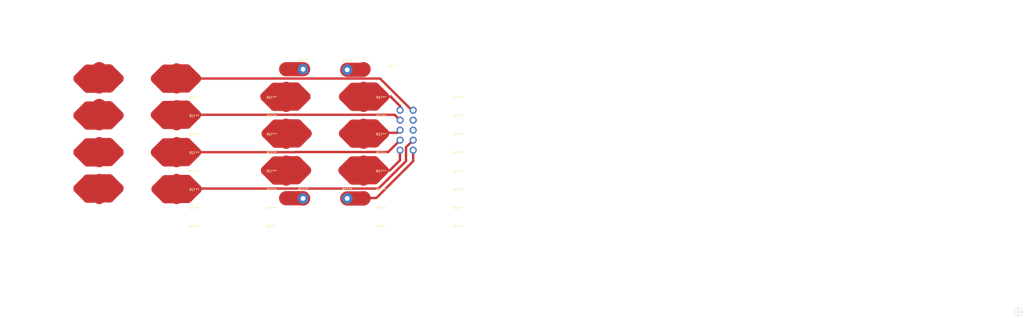
<source format=kicad_pcb>
(kicad_pcb (version 4) (host pcbnew 4.0.4-stable)

  (general
    (links 0)
    (no_connects 0)
    (area -71.525048 -25.052 411.948 108.164)
    (thickness 1.6)
    (drawings 13)
    (tracks 191)
    (zones 0)
    (modules 37)
    (nets 1)
  )

  (page A4)
  (layers
    (0 F.Cu signal)
    (31 B.Cu signal)
    (32 B.Adhes user)
    (33 F.Adhes user)
    (34 B.Paste user)
    (35 F.Paste user)
    (36 B.SilkS user)
    (37 F.SilkS user)
    (38 B.Mask user)
    (39 F.Mask user)
    (40 Dwgs.User user)
    (41 Cmts.User user)
    (42 Eco1.User user)
    (43 Eco2.User user)
    (44 Edge.Cuts user)
    (45 Margin user)
    (46 B.CrtYd user)
    (47 F.CrtYd user)
    (48 B.Fab user)
    (49 F.Fab user hide)
  )

  (setup
    (last_trace_width 0.25)
    (trace_clearance 0.2)
    (zone_clearance 0.508)
    (zone_45_only no)
    (trace_min 0.2)
    (segment_width 0.2)
    (edge_width 0.15)
    (via_size 0.6)
    (via_drill 0.4)
    (via_min_size 0.4)
    (via_min_drill 0.3)
    (uvia_size 0.3)
    (uvia_drill 0.1)
    (uvias_allowed no)
    (uvia_min_size 0.2)
    (uvia_min_drill 0.1)
    (pcb_text_width 0.3)
    (pcb_text_size 1.5 1.5)
    (mod_edge_width 0.15)
    (mod_text_size 1 1)
    (mod_text_width 0.15)
    (pad_size 5 5)
    (pad_drill 0)
    (pad_to_mask_clearance 0.2)
    (aux_axis_origin 0 0)
    (visible_elements 7FFFFFFF)
    (pcbplotparams
      (layerselection 0x00030_80000001)
      (usegerberextensions false)
      (excludeedgelayer true)
      (linewidth 0.100000)
      (plotframeref false)
      (viasonmask false)
      (mode 1)
      (useauxorigin false)
      (hpglpennumber 1)
      (hpglpenspeed 20)
      (hpglpendiameter 15)
      (hpglpenoverlay 2)
      (psnegative false)
      (psa4output false)
      (plotreference true)
      (plotvalue true)
      (plotinvisibletext false)
      (padsonsilk false)
      (subtractmaskfromsilk false)
      (outputformat 1)
      (mirror false)
      (drillshape 1)
      (scaleselection 1)
      (outputdirectory ""))
  )

  (net 0 "")

  (net_class Default "This is the default net class."
    (clearance 0.2)
    (trace_width 0.25)
    (via_dia 0.6)
    (via_drill 0.4)
    (uvia_dia 0.3)
    (uvia_drill 0.1)
  )

  (module Wire_Pads:SolderWirePad_single_2mmDrill (layer F.Cu) (tedit 0) (tstamp 5A88F5FA)
    (at 109.22 3.556)
    (fp_text reference REF** (at 0 -3.81) (layer F.SilkS)
      (effects (font (size 1 1) (thickness 0.15)))
    )
    (fp_text value SolderWirePad_single_2mmDrill (at -0.635 3.81) (layer F.Fab)
      (effects (font (size 1 1) (thickness 0.15)))
    )
    (pad 1 thru_hole circle (at 0 0) (size 4.50088 4.50088) (drill 1.99898) (layers *.Cu *.Mask))
  )

  (module Wire_Pads:SolderWirePad_single_2mmDrill (layer F.Cu) (tedit 0) (tstamp 5A88F5DF)
    (at 109.22 57.912)
    (fp_text reference REF** (at 0 -3.81) (layer F.SilkS)
      (effects (font (size 1 1) (thickness 0.15)))
    )
    (fp_text value SolderWirePad_single_2mmDrill (at -0.635 3.81) (layer F.Fab)
      (effects (font (size 1 1) (thickness 0.15)))
    )
    (pad 1 thru_hole circle (at 0 0) (size 4.50088 4.50088) (drill 1.99898) (layers *.Cu *.Mask))
  )

  (module Wire_Pads:SolderWirePad_single_2mmDrill (layer F.Cu) (tedit 0) (tstamp 5A88F572)
    (at 127.762 3.81)
    (fp_text reference REF** (at 0 -3.81) (layer F.SilkS)
      (effects (font (size 1 1) (thickness 0.15)))
    )
    (fp_text value SolderWirePad_single_2mmDrill (at -0.635 3.81) (layer F.Fab)
      (effects (font (size 1 1) (thickness 0.15)))
    )
    (pad 1 thru_hole circle (at 0 0) (size 4.50088 4.50088) (drill 1.99898) (layers *.Cu *.Mask))
  )

  (module USST-footprints:CFE_BP38121_30A_pogo_pin (layer F.Cu) (tedit 5A88DC4F) (tstamp 5A88DF04)
    (at 174.5 53.736)
    (fp_text reference REF** (at 0 0.5) (layer F.SilkS)
      (effects (font (size 1 1) (thickness 0.15)))
    )
    (fp_text value CFE_BP38121_30A_pogo_pin (at -156.706 -10.414) (layer F.Fab)
      (effects (font (size 1 1) (thickness 0.15)))
    )
    (pad 6 smd circle (at -39.878 -11.43) (size 5 5) (layers F.Cu F.Paste F.Mask))
  )

  (module USST-footprints:CFE_BP38121_30A_pogo_pin (layer F.Cu) (tedit 5A88DC67) (tstamp 5A88DF00)
    (at 174.5 61.486)
    (fp_text reference REF** (at 0 0.5) (layer F.SilkS)
      (effects (font (size 1 1) (thickness 0.15)))
    )
    (fp_text value CFE_BP38121_30A_pogo_pin (at -156.706 -10.414) (layer F.Fab)
      (effects (font (size 1 1) (thickness 0.15)))
    )
    (pad 7 smd circle (at -39.878 -11.43) (size 5 5) (layers F.Cu F.Paste F.Mask))
  )

  (module USST-footprints:CFE_BP38121_30A_pogo_pin (layer F.Cu) (tedit 5A88DC82) (tstamp 5A88DEFC)
    (at 174.5 69.236)
    (fp_text reference REF** (at 0 0.5) (layer F.SilkS)
      (effects (font (size 1 1) (thickness 0.15)))
    )
    (fp_text value CFE_BP38121_30A_pogo_pin (at -156.706 -10.414) (layer F.Fab)
      (effects (font (size 1 1) (thickness 0.15)))
    )
    (pad 8 smd circle (at -39.878 -11.43) (size 5 5) (layers F.Cu F.Paste F.Mask))
  )

  (module USST-footprints:CFE_BP38121_30A_pogo_pin (layer F.Cu) (tedit 5A88DC33) (tstamp 5A88DEF8)
    (at 174.5 45.986)
    (fp_text reference REF** (at 0 0.5) (layer F.SilkS)
      (effects (font (size 1 1) (thickness 0.15)))
    )
    (fp_text value CFE_BP38121_30A_pogo_pin (at -156.706 -10.414) (layer F.Fab)
      (effects (font (size 1 1) (thickness 0.15)))
    )
    (pad 5 smd circle (at -39.878 -11.43) (size 5 5) (layers F.Cu F.Paste F.Mask))
  )

  (module USST-footprints:CFE_BP38121_30A_pogo_pin (layer F.Cu) (tedit 5A88DC00) (tstamp 5A88DEF4)
    (at 174.5 30.486)
    (fp_text reference REF** (at 0 0.5) (layer F.SilkS)
      (effects (font (size 1 1) (thickness 0.15)))
    )
    (fp_text value CFE_BP38121_30A_pogo_pin (at -156.706 -10.414) (layer F.Fab)
      (effects (font (size 1 1) (thickness 0.15)))
    )
    (pad 3 smd circle (at -39.878 -11.43) (size 5 5) (layers F.Cu F.Paste F.Mask))
  )

  (module USST-footprints:CFE_BP38121_30A_pogo_pin (layer F.Cu) (tedit 5A88DC18) (tstamp 5A88DEF0)
    (at 174.5 38.236)
    (fp_text reference REF** (at 0 0.5) (layer F.SilkS)
      (effects (font (size 1 1) (thickness 0.15)))
    )
    (fp_text value CFE_BP38121_30A_pogo_pin (at -156.706 -10.414) (layer F.Fab)
      (effects (font (size 1 1) (thickness 0.15)))
    )
    (pad 4 smd circle (at -39.878 -11.43) (size 5 5) (layers F.Cu F.Paste F.Mask))
  )

  (module USST-footprints:CFE_BP38121_30A_pogo_pin (layer F.Cu) (tedit 5A88DBDC) (tstamp 5A88DEEC)
    (at 174.5 22.736)
    (fp_text reference REF** (at 0 0.5) (layer F.SilkS)
      (effects (font (size 1 1) (thickness 0.15)))
    )
    (fp_text value CFE_BP38121_30A_pogo_pin (at -156.706 -10.414) (layer F.Fab)
      (effects (font (size 1 1) (thickness 0.15)))
    )
    (pad 2 smd circle (at -39.878 -11.43) (size 5 5) (layers F.Cu F.Paste F.Mask))
  )

  (module USST-footprints:CFE_BP38121_30A_pogo_pin (layer F.Cu) (tedit 5A88CF6F) (tstamp 5A88DEE8)
    (at 174.5 14.986)
    (fp_text reference REF** (at 0 0.5) (layer F.SilkS)
      (effects (font (size 1 1) (thickness 0.15)))
    )
    (fp_text value CFE_BP38121_30A_pogo_pin (at -156.706 -10.414) (layer F.Fab)
      (effects (font (size 1 1) (thickness 0.15)))
    )
    (pad 1 smd circle (at -39.878 -11.43) (size 5 5) (layers F.Cu F.Paste F.Mask))
  )

  (module USST-footprints:CFE_BP38121_30A_pogo_pin (layer F.Cu) (tedit 5A88DC7A) (tstamp 5A88DEE4)
    (at 142 69.236)
    (fp_text reference REF** (at 0 0.5) (layer F.SilkS)
      (effects (font (size 1 1) (thickness 0.15)))
    )
    (fp_text value CFE_BP38121_30A_pogo_pin (at -121.92 -19.05) (layer F.Fab)
      (effects (font (size 1 1) (thickness 0.15)))
    )
    (pad 8 smd circle (at -39.878 -11.43) (size 5 5) (layers F.Cu F.Paste F.Mask))
  )

  (module USST-footprints:CFE_BP38121_30A_pogo_pin (layer F.Cu) (tedit 5A88DC14) (tstamp 5A88DEE0)
    (at 142 38.236)
    (fp_text reference REF** (at 0 0.5) (layer F.SilkS)
      (effects (font (size 1 1) (thickness 0.15)))
    )
    (fp_text value CFE_BP38121_30A_pogo_pin (at -121.92 -19.05) (layer F.Fab)
      (effects (font (size 1 1) (thickness 0.15)))
    )
    (pad 4 smd circle (at -39.878 -11.43) (size 5 5) (layers F.Cu F.Paste F.Mask))
  )

  (module USST-footprints:CFE_BP38121_30A_pogo_pin (layer F.Cu) (tedit 5A88DBFB) (tstamp 5A88DEDC)
    (at 142 30.486)
    (fp_text reference REF** (at 0 0.5) (layer F.SilkS)
      (effects (font (size 1 1) (thickness 0.15)))
    )
    (fp_text value CFE_BP38121_30A_pogo_pin (at -121.92 -19.05) (layer F.Fab)
      (effects (font (size 1 1) (thickness 0.15)))
    )
    (pad 3 smd circle (at -39.878 -11.43) (size 5 5) (layers F.Cu F.Paste F.Mask))
  )

  (module USST-footprints:CFE_BP38121_30A_pogo_pin (layer F.Cu) (tedit 5A88DC2E) (tstamp 5A88DED8)
    (at 142 45.986)
    (fp_text reference REF** (at 0 0.5) (layer F.SilkS)
      (effects (font (size 1 1) (thickness 0.15)))
    )
    (fp_text value CFE_BP38121_30A_pogo_pin (at -121.92 -19.05) (layer F.Fab)
      (effects (font (size 1 1) (thickness 0.15)))
    )
    (pad 5 smd circle (at -39.878 -11.43) (size 5 5) (layers F.Cu F.Paste F.Mask))
  )

  (module USST-footprints:CFE_BP38121_30A_pogo_pin (layer F.Cu) (tedit 5A88CF6F) (tstamp 5A88DED4)
    (at 142 14.986)
    (fp_text reference REF** (at 0 0.5) (layer F.SilkS)
      (effects (font (size 1 1) (thickness 0.15)))
    )
    (fp_text value CFE_BP38121_30A_pogo_pin (at -121.92 -19.05) (layer F.Fab)
      (effects (font (size 1 1) (thickness 0.15)))
    )
    (pad 1 smd circle (at -39.878 -11.43) (size 5 5) (layers F.Cu F.Paste F.Mask))
  )

  (module USST-footprints:CFE_BP38121_30A_pogo_pin (layer F.Cu) (tedit 5A88DC4B) (tstamp 5A88DED0)
    (at 142 53.736)
    (fp_text reference REF** (at 0 0.5) (layer F.SilkS)
      (effects (font (size 1 1) (thickness 0.15)))
    )
    (fp_text value CFE_BP38121_30A_pogo_pin (at -121.92 -19.05) (layer F.Fab)
      (effects (font (size 1 1) (thickness 0.15)))
    )
    (pad 6 smd circle (at -39.878 -11.43) (size 5 5) (layers F.Cu F.Paste F.Mask))
  )

  (module USST-footprints:CFE_BP38121_30A_pogo_pin (layer F.Cu) (tedit 5A88DC62) (tstamp 5A88DECC)
    (at 142 61.486)
    (fp_text reference REF** (at 0 0.5) (layer F.SilkS)
      (effects (font (size 1 1) (thickness 0.15)))
    )
    (fp_text value CFE_BP38121_30A_pogo_pin (at -121.92 -19.05) (layer F.Fab)
      (effects (font (size 1 1) (thickness 0.15)))
    )
    (pad 7 smd circle (at -39.878 -11.43) (size 5 5) (layers F.Cu F.Paste F.Mask))
  )

  (module USST-footprints:CFE_BP38121_30A_pogo_pin (layer F.Cu) (tedit 5A88DBD6) (tstamp 5A88DEC8)
    (at 142 22.736)
    (fp_text reference REF** (at 0 0.5) (layer F.SilkS)
      (effects (font (size 1 1) (thickness 0.15)))
    )
    (fp_text value CFE_BP38121_30A_pogo_pin (at -121.92 -19.05) (layer F.Fab)
      (effects (font (size 1 1) (thickness 0.15)))
    )
    (pad 2 smd circle (at -39.878 -11.43) (size 5 5) (layers F.Cu F.Paste F.Mask))
  )

  (module USST-footprints:CFE_BP38121_30A_pogo_pin (layer F.Cu) (tedit 5A88DC74) (tstamp 5A88DE26)
    (at 96 69.236)
    (fp_text reference REF** (at 0 0.5) (layer F.SilkS)
      (effects (font (size 1 1) (thickness 0.15)))
    )
    (fp_text value CFE_BP38121_30A_pogo_pin (at -156.706 -10.414) (layer F.Fab)
      (effects (font (size 1 1) (thickness 0.15)))
    )
    (pad 8 smd circle (at -39.878 -11.43) (size 5 5) (layers F.Cu F.Paste F.Mask))
  )

  (module USST-footprints:CFE_BP38121_30A_pogo_pin (layer F.Cu) (tedit 5A88DC6E) (tstamp 5A88DE22)
    (at 63.5 69.236)
    (fp_text reference REF** (at 0 0.5) (layer F.SilkS)
      (effects (font (size 1 1) (thickness 0.15)))
    )
    (fp_text value CFE_BP38121_30A_pogo_pin (at -121.92 -19.05) (layer F.Fab)
      (effects (font (size 1 1) (thickness 0.15)))
    )
    (pad 8 smd circle (at -39.878 -11.43) (size 5 5) (layers F.Cu F.Paste F.Mask))
  )

  (module USST-footprints:CFE_BP38121_30A_pogo_pin (layer F.Cu) (tedit 5A88DC5C) (tstamp 5A88DE16)
    (at 96 61.486)
    (fp_text reference REF** (at 0 0.5) (layer F.SilkS)
      (effects (font (size 1 1) (thickness 0.15)))
    )
    (fp_text value CFE_BP38121_30A_pogo_pin (at -156.706 -10.414) (layer F.Fab)
      (effects (font (size 1 1) (thickness 0.15)))
    )
    (pad 7 smd circle (at -39.878 -11.43) (size 5 5) (layers F.Cu F.Paste F.Mask))
  )

  (module USST-footprints:CFE_BP38121_30A_pogo_pin (layer F.Cu) (tedit 5A88DC56) (tstamp 5A88DE12)
    (at 63.5 61.486)
    (fp_text reference REF** (at 0 0.5) (layer F.SilkS)
      (effects (font (size 1 1) (thickness 0.15)))
    )
    (fp_text value CFE_BP38121_30A_pogo_pin (at -121.92 -19.05) (layer F.Fab)
      (effects (font (size 1 1) (thickness 0.15)))
    )
    (pad 7 smd circle (at -39.878 -11.43) (size 5 5) (layers F.Cu F.Paste F.Mask))
  )

  (module USST-footprints:CFE_BP38121_30A_pogo_pin (layer F.Cu) (tedit 5A88DC46) (tstamp 5A88DE06)
    (at 96 53.736)
    (fp_text reference REF** (at 0 0.5) (layer F.SilkS)
      (effects (font (size 1 1) (thickness 0.15)))
    )
    (fp_text value CFE_BP38121_30A_pogo_pin (at -156.706 -10.414) (layer F.Fab)
      (effects (font (size 1 1) (thickness 0.15)))
    )
    (pad 6 smd circle (at -39.878 -11.43) (size 5 5) (layers F.Cu F.Paste F.Mask))
  )

  (module USST-footprints:CFE_BP38121_30A_pogo_pin (layer F.Cu) (tedit 5A88DC40) (tstamp 5A88DE02)
    (at 63.5 53.736)
    (fp_text reference REF** (at 0 0.5) (layer F.SilkS)
      (effects (font (size 1 1) (thickness 0.15)))
    )
    (fp_text value CFE_BP38121_30A_pogo_pin (at -121.92 -19.05) (layer F.Fab)
      (effects (font (size 1 1) (thickness 0.15)))
    )
    (pad 6 smd circle (at -39.878 -11.43) (size 5 5) (layers F.Cu F.Paste F.Mask))
  )

  (module USST-footprints:CFE_BP38121_30A_pogo_pin (layer F.Cu) (tedit 5A88DC27) (tstamp 5A88DDF6)
    (at 96 45.986)
    (fp_text reference REF** (at 0 0.5) (layer F.SilkS)
      (effects (font (size 1 1) (thickness 0.15)))
    )
    (fp_text value CFE_BP38121_30A_pogo_pin (at -156.706 -10.414) (layer F.Fab)
      (effects (font (size 1 1) (thickness 0.15)))
    )
    (pad 5 smd circle (at -39.878 -11.43) (size 5 5) (layers F.Cu F.Paste F.Mask))
  )

  (module USST-footprints:CFE_BP38121_30A_pogo_pin (layer F.Cu) (tedit 5A88DC22) (tstamp 5A88DDF2)
    (at 63.5 45.986)
    (fp_text reference REF** (at 0 0.5) (layer F.SilkS)
      (effects (font (size 1 1) (thickness 0.15)))
    )
    (fp_text value CFE_BP38121_30A_pogo_pin (at -121.92 -19.05) (layer F.Fab)
      (effects (font (size 1 1) (thickness 0.15)))
    )
    (pad 5 smd circle (at -39.878 -11.43) (size 5 5) (layers F.Cu F.Paste F.Mask))
  )

  (module USST-footprints:CFE_BP38121_30A_pogo_pin (layer F.Cu) (tedit 5A88DC0F) (tstamp 5A88DDE6)
    (at 96 38.236)
    (fp_text reference REF** (at 0 0.5) (layer F.SilkS)
      (effects (font (size 1 1) (thickness 0.15)))
    )
    (fp_text value CFE_BP38121_30A_pogo_pin (at -156.706 -10.414) (layer F.Fab)
      (effects (font (size 1 1) (thickness 0.15)))
    )
    (pad 4 smd circle (at -39.878 -11.43) (size 5 5) (layers F.Cu F.Paste F.Mask))
  )

  (module USST-footprints:CFE_BP38121_30A_pogo_pin (layer F.Cu) (tedit 5A88DC0A) (tstamp 5A88DDE2)
    (at 63.5 38.236)
    (fp_text reference REF** (at 0 0.5) (layer F.SilkS)
      (effects (font (size 1 1) (thickness 0.15)))
    )
    (fp_text value CFE_BP38121_30A_pogo_pin (at -121.92 -19.05) (layer F.Fab)
      (effects (font (size 1 1) (thickness 0.15)))
    )
    (pad 4 smd circle (at -39.878 -11.43) (size 5 5) (layers F.Cu F.Paste F.Mask))
  )

  (module USST-footprints:CFE_BP38121_30A_pogo_pin (layer F.Cu) (tedit 5A88DBF5) (tstamp 5A88DDD6)
    (at 96 30.486)
    (fp_text reference REF** (at 0 0.5) (layer F.SilkS)
      (effects (font (size 1 1) (thickness 0.15)))
    )
    (fp_text value CFE_BP38121_30A_pogo_pin (at -156.706 -10.414) (layer F.Fab)
      (effects (font (size 1 1) (thickness 0.15)))
    )
    (pad 3 smd circle (at -39.878 -11.43) (size 5 5) (layers F.Cu F.Paste F.Mask))
  )

  (module USST-footprints:CFE_BP38121_30A_pogo_pin (layer F.Cu) (tedit 5A88DBEF) (tstamp 5A88DDD2)
    (at 63.5 30.486)
    (fp_text reference REF** (at 0 0.5) (layer F.SilkS)
      (effects (font (size 1 1) (thickness 0.15)))
    )
    (fp_text value CFE_BP38121_30A_pogo_pin (at -121.92 -19.05) (layer F.Fab)
      (effects (font (size 1 1) (thickness 0.15)))
    )
    (pad 3 smd circle (at -39.878 -11.43) (size 5 5) (layers F.Cu F.Paste F.Mask))
  )

  (module USST-footprints:CFE_BP38121_30A_pogo_pin (layer F.Cu) (tedit 5A88DB8C) (tstamp 5A88DDC6)
    (at 96 22.736)
    (fp_text reference REF** (at 0 0.5) (layer F.SilkS)
      (effects (font (size 1 1) (thickness 0.15)))
    )
    (fp_text value CFE_BP38121_30A_pogo_pin (at -156.706 -10.414) (layer F.Fab)
      (effects (font (size 1 1) (thickness 0.15)))
    )
    (pad 2 smd circle (at -39.878 -11.43) (size 5 5) (layers F.Cu F.Paste F.Mask))
  )

  (module USST-footprints:CFE_BP38121_30A_pogo_pin (layer F.Cu) (tedit 5A88DBE5) (tstamp 5A88DDC2)
    (at 63.5 22.736)
    (fp_text reference REF** (at 0 0.5) (layer F.SilkS)
      (effects (font (size 1 1) (thickness 0.15)))
    )
    (fp_text value CFE_BP38121_30A_pogo_pin (at -121.92 -19.05) (layer F.Fab)
      (effects (font (size 1 1) (thickness 0.15)))
    )
    (pad 2 smd circle (at -39.878 -11.43) (size 5 5) (layers F.Cu F.Paste F.Mask))
  )

  (module USST-footprints:CFE_BP38121_30A_pogo_pin (layer F.Cu) (tedit 5A88CF6F) (tstamp 5A88DCCD)
    (at 63.5 14.986)
    (fp_text reference REF** (at 0 0.5) (layer F.SilkS)
      (effects (font (size 1 1) (thickness 0.15)))
    )
    (fp_text value CFE_BP38121_30A_pogo_pin (at -121.92 -19.05) (layer F.Fab)
      (effects (font (size 1 1) (thickness 0.15)))
    )
    (pad 1 smd circle (at -39.878 -11.43) (size 5 5) (layers F.Cu F.Paste F.Mask))
  )

  (module USST-footprints:CFE_BP38121_30A_pogo_pin (layer F.Cu) (tedit 5A88CF6F) (tstamp 5A88DCB6)
    (at 96 14.986)
    (fp_text reference REF** (at 0 0.5) (layer F.SilkS)
      (effects (font (size 1 1) (thickness 0.15)))
    )
    (fp_text value CFE_BP38121_30A_pogo_pin (at -156.706 -10.414) (layer F.Fab)
      (effects (font (size 1 1) (thickness 0.15)))
    )
    (pad 1 smd circle (at -39.878 -11.43) (size 5 5) (layers F.Cu F.Paste F.Mask))
  )

  (module USST-footprints:BatteryConnector (layer F.Cu) (tedit 566B6018) (tstamp 5A696915)
    (at 149.948 37.592)
    (fp_text reference REF** (at -2.9455 -35.197) (layer F.SilkS)
      (effects (font (size 1 1) (thickness 0.15)))
    )
    (fp_text value BatteryConnector (at 1.182 -37.1655) (layer F.Fab)
      (effects (font (size 1 1) (thickness 0.15)))
    )
    (pad "" np_thru_hole circle (at 0 0) (size 3 3) (drill 1.8) (layers *.Cu))
    (pad "" np_thru_hole circle (at 5.5 0) (size 3 3) (drill 1.8) (layers *.Cu))
    (pad "" np_thru_hole circle (at 5.5 -4.2) (size 3 3) (drill 1.8) (layers *.Cu))
    (pad "" np_thru_hole circle (at 0 -4.2) (size 3 3) (drill 1.8) (layers *.Cu))
    (pad "" np_thru_hole circle (at 5.5 -8.4) (size 3 3) (drill 1.8) (layers *.Cu))
    (pad "" np_thru_hole circle (at 0 -8.4) (size 3 3) (drill 1.8) (layers *.Cu))
    (pad "" np_thru_hole circle (at 5.5 -12.6) (size 3 3) (drill 1.8) (layers *.Cu))
    (pad "" np_thru_hole circle (at 0 -12.6) (size 3 3) (drill 1.8) (layers *.Cu))
    (pad "" np_thru_hole circle (at 5.5 -16.8) (size 3 3) (drill 1.8) (layers *.Cu))
    (pad "" np_thru_hole circle (at 0 -16.8) (size 3 3) (drill 1.8) (layers *.Cu))
  )

  (module Wire_Pads:SolderWirePad_single_2mmDrill (layer F.Cu) (tedit 0) (tstamp 5A88F56B)
    (at 127.762 57.912)
    (fp_text reference REF** (at 0 -3.81) (layer F.SilkS)
      (effects (font (size 1 1) (thickness 0.15)))
    )
    (fp_text value SolderWirePad_single_2mmDrill (at -0.635 3.81) (layer F.Fab)
      (effects (font (size 1 1) (thickness 0.15)))
    )
    (pad 1 thru_hole circle (at 0 0) (size 4.50088 4.50088) (drill 1.99898) (layers *.Cu *.Mask))
  )

  (dimension 80.01 (width 0.3) (layer B.Paste)
    (gr_text "80.010 mm" (at 40.005 -23.702) (layer B.Paste) (tstamp 5A88E877)
      (effects (font (size 1.5 1.5) (thickness 0.3)))
    )
    (feature1 (pts (xy 80.01 0) (xy 80.01 -25.052)))
    (feature2 (pts (xy 0 0) (xy 0 -25.052)))
    (crossbar (pts (xy 0 -22.352) (xy 80.01 -22.352)))
    (arrow1a (pts (xy 80.01 -22.352) (xy 78.883496 -21.765579)))
    (arrow1b (pts (xy 80.01 -22.352) (xy 78.883496 -22.938421)))
    (arrow2a (pts (xy 0 -22.352) (xy 1.126504 -21.765579)))
    (arrow2b (pts (xy 0 -22.352) (xy 1.126504 -22.938421)))
  )
  (dimension 3.048 (width 0.3) (layer B.Paste)
    (gr_text "3.048 mm" (at 166.45 6.096 270) (layer B.Paste)
      (effects (font (size 1.5 1.5) (thickness 0.3)))
    )
    (feature1 (pts (xy 143.764 7.62) (xy 167.8 7.62)))
    (feature2 (pts (xy 143.764 4.572) (xy 167.8 4.572)))
    (crossbar (pts (xy 165.1 4.572) (xy 165.1 7.62)))
    (arrow1a (pts (xy 165.1 7.62) (xy 164.513579 6.493496)))
    (arrow1b (pts (xy 165.1 7.62) (xy 165.686421 6.493496)))
    (arrow2a (pts (xy 165.1 4.572) (xy 164.513579 5.698504)))
    (arrow2b (pts (xy 165.1 4.572) (xy 165.686421 5.698504)))
  )
  (dimension 26.67 (width 0.3) (layer B.Paste)
    (gr_text "26.670 mm" (at 2.921 -6.176) (layer B.Paste)
      (effects (font (size 1.5 1.5) (thickness 0.3)))
    )
    (feature1 (pts (xy 16.256 0) (xy 16.256 -7.526)))
    (feature2 (pts (xy -10.414 0) (xy -10.414 -7.526)))
    (crossbar (pts (xy -10.414 -4.826) (xy 16.256 -4.826)))
    (arrow1a (pts (xy 16.256 -4.826) (xy 15.129496 -4.239579)))
    (arrow1b (pts (xy 16.256 -4.826) (xy 15.129496 -5.412421)))
    (arrow2a (pts (xy -10.414 -4.826) (xy -9.287496 -4.239579)))
    (arrow2b (pts (xy -10.414 -4.826) (xy -9.287496 -5.412421)))
  )
  (dimension 61.976 (width 0.3) (layer B.Paste)
    (gr_text "61.976 mm" (at -11.764 30.988 270) (layer B.Paste)
      (effects (font (size 1.5 1.5) (thickness 0.3)))
    )
    (feature1 (pts (xy 0 61.976) (xy -13.114 61.976)))
    (feature2 (pts (xy 0 0) (xy -13.114 0)))
    (crossbar (pts (xy -10.414 0) (xy -10.414 61.976)))
    (arrow1a (pts (xy -10.414 61.976) (xy -11.000421 60.849496)))
    (arrow1b (pts (xy -10.414 61.976) (xy -9.827579 60.849496)))
    (arrow2a (pts (xy -10.414 0) (xy -11.000421 1.126504)))
    (arrow2b (pts (xy -10.414 0) (xy -9.827579 1.126504)))
  )
  (dimension 3.302 (width 0.3) (layer B.Paste)
    (gr_text "3.302 mm" (at -2.62 60.325 270) (layer B.Paste)
      (effects (font (size 1.5 1.5) (thickness 0.3)))
    )
    (feature1 (pts (xy 16.764 61.976) (xy -3.97 61.976)))
    (feature2 (pts (xy 16.764 58.674) (xy -3.97 58.674)))
    (crossbar (pts (xy -1.27 58.674) (xy -1.27 61.976)))
    (arrow1a (pts (xy -1.27 61.976) (xy -1.856421 60.849496)))
    (arrow1b (pts (xy -1.27 61.976) (xy -0.683579 60.849496)))
    (arrow2a (pts (xy -1.27 58.674) (xy -1.856421 59.800504)))
    (arrow2b (pts (xy -1.27 58.674) (xy -0.683579 59.800504)))
  )
  (dimension 29.21 (width 0.3) (layer B.Paste)
    (gr_text "29.210 mm" (at 80.137 -6.176) (layer B.Paste)
      (effects (font (size 1.5 1.5) (thickness 0.3)))
    )
    (feature1 (pts (xy 94.742 0) (xy 94.742 -7.526)))
    (feature2 (pts (xy 65.532 0) (xy 65.532 -7.526)))
    (crossbar (pts (xy 65.532 -4.826) (xy 94.742 -4.826)))
    (arrow1a (pts (xy 94.742 -4.826) (xy 93.615496 -4.239579)))
    (arrow1b (pts (xy 94.742 -4.826) (xy 93.615496 -5.412421)))
    (arrow2a (pts (xy 65.532 -4.826) (xy 66.658504 -4.239579)))
    (arrow2b (pts (xy 65.532 -4.826) (xy 66.658504 -5.412421)))
  )
  (dimension 49.276 (width 0.3) (layer B.Paste)
    (gr_text "49.276 mm" (at 40.894 -6.176) (layer B.Paste)
      (effects (font (size 1.5 1.5) (thickness 0.3)))
    )
    (feature1 (pts (xy 65.532 0) (xy 65.532 -7.526)))
    (feature2 (pts (xy 16.256 0) (xy 16.256 -7.526)))
    (crossbar (pts (xy 16.256 -4.826) (xy 65.532 -4.826)))
    (arrow1a (pts (xy 65.532 -4.826) (xy 64.405496 -4.239579)))
    (arrow1b (pts (xy 65.532 -4.826) (xy 64.405496 -5.412421)))
    (arrow2a (pts (xy 16.256 -4.826) (xy 17.382504 -4.239579)))
    (arrow2b (pts (xy 16.256 -4.826) (xy 17.382504 -5.412421)))
  )
  (dimension 49.276 (width 0.3) (layer B.Paste)
    (gr_text "49.276 mm" (at 119.38 -6.43) (layer B.Paste)
      (effects (font (size 1.5 1.5) (thickness 0.3)))
    )
    (feature1 (pts (xy 144.018 0) (xy 144.018 -7.78)))
    (feature2 (pts (xy 94.742 0) (xy 94.742 -7.78)))
    (crossbar (pts (xy 94.742 -5.08) (xy 144.018 -5.08)))
    (arrow1a (pts (xy 144.018 -5.08) (xy 142.891496 -4.493579)))
    (arrow1b (pts (xy 144.018 -5.08) (xy 142.891496 -5.666421)))
    (arrow2a (pts (xy 94.742 -5.08) (xy 95.868504 -4.493579)))
    (arrow2b (pts (xy 94.742 -5.08) (xy 95.868504 -5.666421)))
  )
  (target plus (at 409.448 105.664) (size 5) (width 0.15) (layer Edge.Cuts))
  (gr_line (start 160.02 -0.508) (end 160 62) (layer B.Paste) (width 0.2) (tstamp 5A695E2B))
  (gr_line (start 0 62) (end 160 62) (layer B.Paste) (width 0.2) (tstamp 5A695E27))
  (gr_line (start 0 -0.508) (end 0 62) (layer B.Paste) (width 0.2))
  (gr_line (start 0 -0.5) (end 160 -0.5) (layer B.Paste) (width 0.2))

  (segment (start 127.762 57.912) (end 134.516 57.912) (width 6) (layer F.Cu) (net 0))
  (segment (start 134.516 57.912) (end 134.622 57.806) (width 6) (layer F.Cu) (net 0))
  (segment (start 102.122 57.806) (end 109.114 57.806) (width 6) (layer F.Cu) (net 0))
  (segment (start 109.114 57.806) (end 109.22 57.912) (width 6) (layer F.Cu) (net 0))
  (segment (start 127.762 3.81) (end 134.368 3.81) (width 6) (layer F.Cu) (net 0))
  (segment (start 134.368 3.81) (end 134.622 3.556) (width 6) (layer F.Cu) (net 0))
  (segment (start 102.122 3.556) (end 109.22 3.556) (width 6) (layer F.Cu) (net 0))
  (segment (start 134.698875 57.729125) (end 134.622 57.806) (width 1) (layer F.Cu) (net 0))
  (segment (start 139.967721 57.729125) (end 134.698875 57.729125) (width 1) (layer F.Cu) (net 0))
  (segment (start 155.448 42.248846) (end 139.967721 57.729125) (width 1) (layer F.Cu) (net 0))
  (segment (start 155.448 37.592) (end 155.448 42.248846) (width 1) (layer F.Cu) (net 0))
  (segment (start 64.767397 53.752127) (end 64.563582 53.955942) (width 1) (layer F.Cu) (net 0))
  (segment (start 140.895687 53.752127) (end 64.767397 53.752127) (width 1) (layer F.Cu) (net 0))
  (segment (start 152.428982 42.218832) (end 140.895687 53.752127) (width 1) (layer F.Cu) (net 0))
  (segment (start 152.428982 36.411018) (end 152.428982 42.218832) (width 1) (layer F.Cu) (net 0))
  (segment (start 155.448 33.392) (end 152.428982 36.411018) (width 1) (layer F.Cu) (net 0))
  (segment (start 149.948 33.392) (end 144.965599 38.374401) (width 1) (layer F.Cu) (net 0))
  (segment (start 144.965599 38.374401) (end 106.053599 38.374401) (width 1) (layer F.Cu) (net 0))
  (segment (start 106.053599 38.374401) (end 105.966058 38.461942) (width 1) (layer F.Cu) (net 0))
  (segment (start 105.966058 38.461942) (end 64.309582 38.461942) (width 1) (layer F.Cu) (net 0))
  (segment (start 155.448 20.792) (end 154.864137 20.792) (width 1) (layer F.Cu) (net 0))
  (segment (start 154.864137 20.792) (end 141.54608 7.473942) (width 1) (layer F.Cu) (net 0))
  (segment (start 141.54608 7.473942) (end 64.309582 7.473942) (width 1) (layer F.Cu) (net 0))
  (segment (start 149.948 37.592) (end 149.910216 37.629784) (width 1) (layer F.Cu) (net 0))
  (segment (start 149.910216 37.629784) (end 149.910216 41.821133) (width 1) (layer F.Cu) (net 0))
  (segment (start 149.910216 41.821133) (end 145.649407 46.081942) (width 1) (layer F.Cu) (net 0))
  (segment (start 145.649407 46.081942) (end 143.049582 46.081942) (width 1) (layer F.Cu) (net 0))
  (segment (start 143.303582 30.587942) (end 143.603686 30.287838) (width 1) (layer F.Cu) (net 0))
  (segment (start 143.603686 30.287838) (end 148.852162 30.287838) (width 1) (layer F.Cu) (net 0))
  (segment (start 148.852162 30.287838) (end 149.948 29.192) (width 1) (layer F.Cu) (net 0))
  (segment (start 149.948 24.992) (end 147.669942 22.713942) (width 1) (layer F.Cu) (net 0))
  (segment (start 147.669942 22.713942) (end 105.779942 22.713942) (width 1) (layer F.Cu) (net 0))
  (segment (start 105.779942 22.713942) (end 64.309582 22.713942) (width 1) (layer F.Cu) (net 0))
  (segment (start 149.948 20.792) (end 149.948 19.057461) (width 1) (layer F.Cu) (net 0))
  (segment (start 149.948 19.057461) (end 146.09027 15.19973) (width 1) (layer F.Cu) (net 0))
  (segment (start 146.09027 15.19973) (end 146.196058 15.093942) (width 1) (layer F.Cu) (net 0))
  (segment (start 146.196058 15.093942) (end 143.303582 15.093942) (width 1) (layer F.Cu) (net 0))
  (segment (start 131.064 47.25) (end 134.366 43.948) (width 6) (layer F.Cu) (net 0) (tstamp 5A88EB4B))
  (segment (start 134.366 43.948) (end 137.922 47.504) (width 6) (layer F.Cu) (net 0) (tstamp 5A88EB4A))
  (segment (start 131.318 31.756) (end 134.62 28.454) (width 6) (layer F.Cu) (net 0) (tstamp 5A88EB49))
  (segment (start 134.62 28.454) (end 138.176 32.01) (width 6) (layer F.Cu) (net 0) (tstamp 5A88EB48))
  (segment (start 131.318 16.008) (end 134.62 12.706) (width 6) (layer F.Cu) (net 0) (tstamp 5A88EB47))
  (segment (start 134.62 12.706) (end 138.176 16.262) (width 6) (layer F.Cu) (net 0) (tstamp 5A88EB46))
  (segment (start 98.552 47.25) (end 101.854 43.948) (width 6) (layer F.Cu) (net 0) (tstamp 5A88EB45))
  (segment (start 101.854 43.948) (end 105.41 47.504) (width 6) (layer F.Cu) (net 0) (tstamp 5A88EB44))
  (segment (start 98.552 31.502) (end 101.854 28.2) (width 6) (layer F.Cu) (net 0) (tstamp 5A88EB43))
  (segment (start 101.854 28.2) (end 105.41 31.756) (width 6) (layer F.Cu) (net 0) (tstamp 5A88EB42))
  (segment (start 98.298 16.008) (end 101.6 12.706) (width 6) (layer F.Cu) (net 0) (tstamp 5A88EB41))
  (segment (start 101.6 12.706) (end 105.156 16.262) (width 6) (layer F.Cu) (net 0) (tstamp 5A88EB40))
  (segment (start 52.578 54.87) (end 55.88 51.568) (width 6) (layer F.Cu) (net 0) (tstamp 5A88EB3F))
  (segment (start 55.88 51.568) (end 59.436 55.124) (width 6) (layer F.Cu) (net 0) (tstamp 5A88EB3E))
  (segment (start 52.578 39.376) (end 55.88 36.074) (width 6) (layer F.Cu) (net 0) (tstamp 5A88EB3D))
  (segment (start 55.88 36.074) (end 59.436 39.63) (width 6) (layer F.Cu) (net 0) (tstamp 5A88EB3C))
  (segment (start 52.324 23.882) (end 55.626 20.58) (width 6) (layer F.Cu) (net 0) (tstamp 5A88EB3B))
  (segment (start 55.626 20.58) (end 59.182 24.136) (width 6) (layer F.Cu) (net 0) (tstamp 5A88EB3A))
  (segment (start 52.324 8.388) (end 55.626 5.086) (width 6) (layer F.Cu) (net 0) (tstamp 5A88EB39))
  (segment (start 55.626 5.086) (end 59.182 8.642) (width 6) (layer F.Cu) (net 0) (tstamp 5A88EB38))
  (segment (start 20.066 54.87) (end 23.368 51.568) (width 6) (layer F.Cu) (net 0) (tstamp 5A88EB37))
  (segment (start 23.368 51.568) (end 26.924 55.124) (width 6) (layer F.Cu) (net 0) (tstamp 5A88EB36))
  (segment (start 20.32 39.63) (end 23.622 36.328) (width 6) (layer F.Cu) (net 0) (tstamp 5A88EB35))
  (segment (start 23.622 36.328) (end 27.178 39.884) (width 6) (layer F.Cu) (net 0) (tstamp 5A88EB34))
  (segment (start 23.622 19.056) (end 27.178 22.612) (width 6) (layer F.Cu) (net 0))
  (segment (start 20.32 22.358) (end 23.622 19.056) (width 6) (layer F.Cu) (net 0))
  (segment (start 23.622 3.556) (end 27.178 7.112) (width 6) (layer F.Cu) (net 0))
  (segment (start 20.32 6.858) (end 23.622 3.556) (width 6) (layer F.Cu) (net 0))
  (segment (start 129.928851 42.282522) (end 134.284376 42.282522) (width 4.13) (layer F.Cu) (net 0) (tstamp 5A88EB28))
  (segment (start 126.096794 46.11458) (end 129.928851 42.282522) (width 4.13) (layer F.Cu) (net 0) (tstamp 5A88EB27))
  (segment (start 130.014736 50.032522) (end 126.096794 46.11458) (width 4.13) (layer F.Cu) (net 0) (tstamp 5A88EB26))
  (segment (start 134.284376 50.032522) (end 130.014736 50.032522) (width 4.13) (layer F.Cu) (net 0) (tstamp 5A88EB25))
  (segment (start 134.862 42.164) (end 134.862 49.914) (width 4.13) (layer F.Cu) (net 0) (tstamp 5A88EB24))
  (segment (start 139.13164 42.164) (end 143.049582 46.081942) (width 4.13) (layer F.Cu) (net 0) (tstamp 5A88EB23))
  (segment (start 134.862 42.164) (end 139.13164 42.164) (width 4.13) (layer F.Cu) (net 0) (tstamp 5A88EB22))
  (segment (start 143.049582 46.081942) (end 139.217525 49.914) (width 4.13) (layer F.Cu) (net 0) (tstamp 5A88EB21))
  (segment (start 139.217525 49.914) (end 134.862 49.914) (width 4.13) (layer F.Cu) (net 0) (tstamp 5A88EB20))
  (segment (start 97.416851 42.282522) (end 101.772376 42.282522) (width 4.13) (layer F.Cu) (net 0) (tstamp 5A88EB1F))
  (segment (start 93.584794 46.11458) (end 97.416851 42.282522) (width 4.13) (layer F.Cu) (net 0) (tstamp 5A88EB1E))
  (segment (start 97.502736 50.032522) (end 93.584794 46.11458) (width 4.13) (layer F.Cu) (net 0) (tstamp 5A88EB1D))
  (segment (start 101.772376 50.032522) (end 97.502736 50.032522) (width 4.13) (layer F.Cu) (net 0) (tstamp 5A88EB1C))
  (segment (start 102.35 42.164) (end 102.35 49.914) (width 4.13) (layer F.Cu) (net 0) (tstamp 5A88EB1B))
  (segment (start 106.61964 42.164) (end 110.537582 46.081942) (width 4.13) (layer F.Cu) (net 0) (tstamp 5A88EB1A))
  (segment (start 102.35 42.164) (end 106.61964 42.164) (width 4.13) (layer F.Cu) (net 0) (tstamp 5A88EB19))
  (segment (start 110.537582 46.081942) (end 106.705525 49.914) (width 4.13) (layer F.Cu) (net 0) (tstamp 5A88EB18))
  (segment (start 106.705525 49.914) (end 102.35 49.914) (width 4.13) (layer F.Cu) (net 0) (tstamp 5A88EB17))
  (segment (start 130.182851 26.788522) (end 134.538376 26.788522) (width 4.13) (layer F.Cu) (net 0) (tstamp 5A88EB16))
  (segment (start 126.350794 30.62058) (end 130.182851 26.788522) (width 4.13) (layer F.Cu) (net 0) (tstamp 5A88EB15))
  (segment (start 130.268736 34.538522) (end 126.350794 30.62058) (width 4.13) (layer F.Cu) (net 0) (tstamp 5A88EB14))
  (segment (start 134.538376 34.538522) (end 130.268736 34.538522) (width 4.13) (layer F.Cu) (net 0) (tstamp 5A88EB13))
  (segment (start 135.116 26.67) (end 135.116 34.42) (width 4.13) (layer F.Cu) (net 0) (tstamp 5A88EB12))
  (segment (start 139.38564 26.67) (end 143.303582 30.587942) (width 4.13) (layer F.Cu) (net 0) (tstamp 5A88EB11))
  (segment (start 135.116 26.67) (end 139.38564 26.67) (width 4.13) (layer F.Cu) (net 0) (tstamp 5A88EB10))
  (segment (start 143.303582 30.587942) (end 139.471525 34.42) (width 4.13) (layer F.Cu) (net 0) (tstamp 5A88EB0F))
  (segment (start 139.471525 34.42) (end 135.116 34.42) (width 4.13) (layer F.Cu) (net 0) (tstamp 5A88EB0E))
  (segment (start 97.670851 26.788522) (end 102.026376 26.788522) (width 4.13) (layer F.Cu) (net 0) (tstamp 5A88EB0D))
  (segment (start 93.838794 30.62058) (end 97.670851 26.788522) (width 4.13) (layer F.Cu) (net 0) (tstamp 5A88EB0C))
  (segment (start 97.756736 34.538522) (end 93.838794 30.62058) (width 4.13) (layer F.Cu) (net 0) (tstamp 5A88EB0B))
  (segment (start 102.026376 34.538522) (end 97.756736 34.538522) (width 4.13) (layer F.Cu) (net 0) (tstamp 5A88EB0A))
  (segment (start 102.604 26.67) (end 102.604 34.42) (width 4.13) (layer F.Cu) (net 0) (tstamp 5A88EB09))
  (segment (start 106.87364 26.67) (end 110.791582 30.587942) (width 4.13) (layer F.Cu) (net 0) (tstamp 5A88EB08))
  (segment (start 102.604 26.67) (end 106.87364 26.67) (width 4.13) (layer F.Cu) (net 0) (tstamp 5A88EB07))
  (segment (start 110.791582 30.587942) (end 106.959525 34.42) (width 4.13) (layer F.Cu) (net 0) (tstamp 5A88EB06))
  (segment (start 106.959525 34.42) (end 102.604 34.42) (width 4.13) (layer F.Cu) (net 0) (tstamp 5A88EB05))
  (segment (start 130.182851 11.294522) (end 134.538376 11.294522) (width 4.13) (layer F.Cu) (net 0) (tstamp 5A88EAFB))
  (segment (start 126.350794 15.12658) (end 130.182851 11.294522) (width 4.13) (layer F.Cu) (net 0) (tstamp 5A88EAFA))
  (segment (start 130.268736 19.044522) (end 126.350794 15.12658) (width 4.13) (layer F.Cu) (net 0) (tstamp 5A88EAF9))
  (segment (start 134.538376 19.044522) (end 130.268736 19.044522) (width 4.13) (layer F.Cu) (net 0) (tstamp 5A88EAF8))
  (segment (start 135.116 11.176) (end 135.116 18.926) (width 4.13) (layer F.Cu) (net 0) (tstamp 5A88EAF7))
  (segment (start 139.38564 11.176) (end 143.303582 15.093942) (width 4.13) (layer F.Cu) (net 0) (tstamp 5A88EAF6))
  (segment (start 135.116 11.176) (end 139.38564 11.176) (width 4.13) (layer F.Cu) (net 0) (tstamp 5A88EAF5))
  (segment (start 143.303582 15.093942) (end 139.471525 18.926) (width 4.13) (layer F.Cu) (net 0) (tstamp 5A88EAF4))
  (segment (start 139.471525 18.926) (end 135.116 18.926) (width 4.13) (layer F.Cu) (net 0) (tstamp 5A88EAF3))
  (segment (start 97.162851 11.294522) (end 101.518376 11.294522) (width 4.13) (layer F.Cu) (net 0) (tstamp 5A88EAF2))
  (segment (start 93.330794 15.12658) (end 97.162851 11.294522) (width 4.13) (layer F.Cu) (net 0) (tstamp 5A88EAF1))
  (segment (start 97.248736 19.044522) (end 93.330794 15.12658) (width 4.13) (layer F.Cu) (net 0) (tstamp 5A88EAF0))
  (segment (start 101.518376 19.044522) (end 97.248736 19.044522) (width 4.13) (layer F.Cu) (net 0) (tstamp 5A88EAEF))
  (segment (start 102.096 11.176) (end 102.096 18.926) (width 4.13) (layer F.Cu) (net 0) (tstamp 5A88EAEE))
  (segment (start 106.36564 11.176) (end 110.283582 15.093942) (width 4.13) (layer F.Cu) (net 0) (tstamp 5A88EAED))
  (segment (start 102.096 11.176) (end 106.36564 11.176) (width 4.13) (layer F.Cu) (net 0) (tstamp 5A88EAEC))
  (segment (start 110.283582 15.093942) (end 106.451525 18.926) (width 4.13) (layer F.Cu) (net 0) (tstamp 5A88EAEB))
  (segment (start 106.451525 18.926) (end 102.096 18.926) (width 4.13) (layer F.Cu) (net 0) (tstamp 5A88EAEA))
  (segment (start 56.376 50.038) (end 56.376 57.788) (width 4.13) (layer F.Cu) (net 0) (tstamp 5A88EABA))
  (segment (start 56.376 50.038) (end 60.64564 50.038) (width 4.13) (layer F.Cu) (net 0) (tstamp 5A88EAB9))
  (segment (start 51.442851 50.156522) (end 55.798376 50.156522) (width 4.13) (layer F.Cu) (net 0) (tstamp 5A88EAB8))
  (segment (start 47.610794 53.98858) (end 51.442851 50.156522) (width 4.13) (layer F.Cu) (net 0) (tstamp 5A88EAB7))
  (segment (start 55.798376 57.906522) (end 51.528736 57.906522) (width 4.13) (layer F.Cu) (net 0) (tstamp 5A88EAB6))
  (segment (start 51.528736 57.906522) (end 47.610794 53.98858) (width 4.13) (layer F.Cu) (net 0) (tstamp 5A88EAB5))
  (segment (start 64.563582 53.955942) (end 60.731525 57.788) (width 4.13) (layer F.Cu) (net 0) (tstamp 5A88EAB4))
  (segment (start 60.731525 57.788) (end 56.376 57.788) (width 4.13) (layer F.Cu) (net 0) (tstamp 5A88EAB3))
  (segment (start 60.64564 50.038) (end 64.563582 53.955942) (width 4.13) (layer F.Cu) (net 0) (tstamp 5A88EAB2))
  (segment (start 23.61 49.784) (end 23.61 57.534) (width 4.13) (layer F.Cu) (net 0) (tstamp 5A88EAB1))
  (segment (start 23.61 49.784) (end 27.87964 49.784) (width 4.13) (layer F.Cu) (net 0) (tstamp 5A88EAB0))
  (segment (start 18.676851 49.902522) (end 23.032376 49.902522) (width 4.13) (layer F.Cu) (net 0) (tstamp 5A88EAAF))
  (segment (start 14.844794 53.73458) (end 18.676851 49.902522) (width 4.13) (layer F.Cu) (net 0) (tstamp 5A88EAAE))
  (segment (start 23.032376 57.652522) (end 18.762736 57.652522) (width 4.13) (layer F.Cu) (net 0) (tstamp 5A88EAAD))
  (segment (start 18.762736 57.652522) (end 14.844794 53.73458) (width 4.13) (layer F.Cu) (net 0) (tstamp 5A88EAAC))
  (segment (start 31.797582 53.701942) (end 27.965525 57.534) (width 4.13) (layer F.Cu) (net 0) (tstamp 5A88EAAB))
  (segment (start 27.965525 57.534) (end 23.61 57.534) (width 4.13) (layer F.Cu) (net 0) (tstamp 5A88EAAA))
  (segment (start 27.87964 49.784) (end 31.797582 53.701942) (width 4.13) (layer F.Cu) (net 0) (tstamp 5A88EAA9))
  (segment (start 56.122 34.544) (end 56.122 42.294) (width 4.13) (layer F.Cu) (net 0) (tstamp 5A88EAA8))
  (segment (start 56.122 34.544) (end 60.39164 34.544) (width 4.13) (layer F.Cu) (net 0) (tstamp 5A88EAA7))
  (segment (start 51.188851 34.662522) (end 55.544376 34.662522) (width 4.13) (layer F.Cu) (net 0) (tstamp 5A88EAA6))
  (segment (start 47.356794 38.49458) (end 51.188851 34.662522) (width 4.13) (layer F.Cu) (net 0) (tstamp 5A88EAA5))
  (segment (start 55.544376 42.412522) (end 51.274736 42.412522) (width 4.13) (layer F.Cu) (net 0) (tstamp 5A88EAA4))
  (segment (start 51.274736 42.412522) (end 47.356794 38.49458) (width 4.13) (layer F.Cu) (net 0) (tstamp 5A88EAA3))
  (segment (start 64.309582 38.461942) (end 60.477525 42.294) (width 4.13) (layer F.Cu) (net 0) (tstamp 5A88EAA2))
  (segment (start 60.477525 42.294) (end 56.122 42.294) (width 4.13) (layer F.Cu) (net 0) (tstamp 5A88EAA1))
  (segment (start 60.39164 34.544) (end 64.309582 38.461942) (width 4.13) (layer F.Cu) (net 0) (tstamp 5A88EAA0))
  (segment (start 23.61 34.544) (end 23.61 42.294) (width 4.13) (layer F.Cu) (net 0) (tstamp 5A88EA9F))
  (segment (start 23.61 34.544) (end 27.87964 34.544) (width 4.13) (layer F.Cu) (net 0) (tstamp 5A88EA9E))
  (segment (start 18.676851 34.662522) (end 23.032376 34.662522) (width 4.13) (layer F.Cu) (net 0) (tstamp 5A88EA9D))
  (segment (start 14.844794 38.49458) (end 18.676851 34.662522) (width 4.13) (layer F.Cu) (net 0) (tstamp 5A88EA9C))
  (segment (start 23.032376 42.412522) (end 18.762736 42.412522) (width 4.13) (layer F.Cu) (net 0) (tstamp 5A88EA9B))
  (segment (start 18.762736 42.412522) (end 14.844794 38.49458) (width 4.13) (layer F.Cu) (net 0) (tstamp 5A88EA9A))
  (segment (start 31.797582 38.461942) (end 27.965525 42.294) (width 4.13) (layer F.Cu) (net 0) (tstamp 5A88EA99))
  (segment (start 27.965525 42.294) (end 23.61 42.294) (width 4.13) (layer F.Cu) (net 0) (tstamp 5A88EA98))
  (segment (start 27.87964 34.544) (end 31.797582 38.461942) (width 4.13) (layer F.Cu) (net 0) (tstamp 5A88EA97))
  (segment (start 56.122 18.796) (end 56.122 26.546) (width 4.13) (layer F.Cu) (net 0) (tstamp 5A88EA96))
  (segment (start 56.122 18.796) (end 60.39164 18.796) (width 4.13) (layer F.Cu) (net 0) (tstamp 5A88EA95))
  (segment (start 51.188851 18.914522) (end 55.544376 18.914522) (width 4.13) (layer F.Cu) (net 0) (tstamp 5A88EA94))
  (segment (start 47.356794 22.74658) (end 51.188851 18.914522) (width 4.13) (layer F.Cu) (net 0) (tstamp 5A88EA93))
  (segment (start 55.544376 26.664522) (end 51.274736 26.664522) (width 4.13) (layer F.Cu) (net 0) (tstamp 5A88EA92))
  (segment (start 51.274736 26.664522) (end 47.356794 22.74658) (width 4.13) (layer F.Cu) (net 0) (tstamp 5A88EA91))
  (segment (start 64.309582 22.713942) (end 60.477525 26.546) (width 4.13) (layer F.Cu) (net 0) (tstamp 5A88EA90))
  (segment (start 60.477525 26.546) (end 56.122 26.546) (width 4.13) (layer F.Cu) (net 0) (tstamp 5A88EA8F))
  (segment (start 60.39164 18.796) (end 64.309582 22.713942) (width 4.13) (layer F.Cu) (net 0) (tstamp 5A88EA8E))
  (segment (start 23.61 19.05) (end 27.87964 19.05) (width 4.13) (layer F.Cu) (net 0) (tstamp 5A88EA7B))
  (segment (start 27.87964 19.05) (end 31.797582 22.967942) (width 4.13) (layer F.Cu) (net 0) (tstamp 5A88EA7A))
  (segment (start 27.965525 26.8) (end 23.61 26.8) (width 4.13) (layer F.Cu) (net 0) (tstamp 5A88EA79))
  (segment (start 31.797582 22.967942) (end 27.965525 26.8) (width 4.13) (layer F.Cu) (net 0) (tstamp 5A88EA78))
  (segment (start 18.762736 26.918522) (end 14.844794 23.00058) (width 4.13) (layer F.Cu) (net 0) (tstamp 5A88EA77))
  (segment (start 23.032376 26.918522) (end 18.762736 26.918522) (width 4.13) (layer F.Cu) (net 0) (tstamp 5A88EA76))
  (segment (start 14.844794 23.00058) (end 18.676851 19.168522) (width 4.13) (layer F.Cu) (net 0) (tstamp 5A88EA75))
  (segment (start 18.676851 19.168522) (end 23.032376 19.168522) (width 4.13) (layer F.Cu) (net 0) (tstamp 5A88EA74))
  (segment (start 23.61 19.05) (end 23.61 26.8) (width 4.13) (layer F.Cu) (net 0) (tstamp 5A88EA73))
  (segment (start 23.61 3.556) (end 27.87964 3.556) (width 4.13) (layer F.Cu) (net 0) (tstamp 5A88EA69))
  (segment (start 27.87964 3.556) (end 31.797582 7.473942) (width 4.13) (layer F.Cu) (net 0) (tstamp 5A88EA68))
  (segment (start 27.965525 11.306) (end 23.61 11.306) (width 4.13) (layer F.Cu) (net 0) (tstamp 5A88EA67))
  (segment (start 31.797582 7.473942) (end 27.965525 11.306) (width 4.13) (layer F.Cu) (net 0) (tstamp 5A88EA66))
  (segment (start 18.762736 11.424522) (end 14.844794 7.50658) (width 4.13) (layer F.Cu) (net 0) (tstamp 5A88EA65))
  (segment (start 23.032376 11.424522) (end 18.762736 11.424522) (width 4.13) (layer F.Cu) (net 0) (tstamp 5A88EA64))
  (segment (start 14.844794 7.50658) (end 18.676851 3.674522) (width 4.13) (layer F.Cu) (net 0) (tstamp 5A88EA63))
  (segment (start 18.676851 3.674522) (end 23.032376 3.674522) (width 4.13) (layer F.Cu) (net 0) (tstamp 5A88EA62))
  (segment (start 23.61 3.556) (end 23.61 11.306) (width 4.13) (layer F.Cu) (net 0) (tstamp 5A88EA61))
  (segment (start 55.544376 11.424522) (end 51.274736 11.424522) (width 4.13) (layer F.Cu) (net 0) (tstamp 5A88EA38))
  (segment (start 51.274736 11.424522) (end 47.356794 7.50658) (width 4.13) (layer F.Cu) (net 0) (tstamp 5A88EA37))
  (segment (start 51.188851 3.674522) (end 55.544376 3.674522) (width 4.13) (layer F.Cu) (net 0) (tstamp 5A88EA36))
  (segment (start 47.356794 7.50658) (end 51.188851 3.674522) (width 4.13) (layer F.Cu) (net 0) (tstamp 5A88EA35))
  (segment (start 56.122 3.556) (end 60.39164 3.556) (width 4.13) (layer F.Cu) (net 0))
  (segment (start 64.309582 7.473942) (end 60.477525 11.306) (width 4.13) (layer F.Cu) (net 0))
  (segment (start 60.39164 3.556) (end 64.309582 7.473942) (width 4.13) (layer F.Cu) (net 0))
  (segment (start 60.477525 11.306) (end 56.122 11.306) (width 4.13) (layer F.Cu) (net 0))
  (segment (start 56.122 3.556) (end 56.122 11.306) (width 4.13) (layer F.Cu) (net 0))

)

</source>
